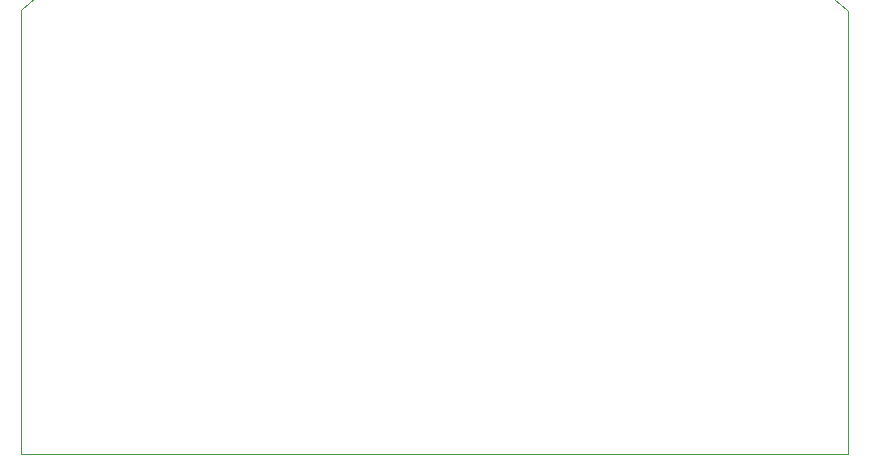
<source format=gbr>
%TF.GenerationSoftware,KiCad,Pcbnew,8.0.0*%
%TF.CreationDate,2024-04-15T10:16:16+02:00*%
%TF.ProjectId,Project 3,50726f6a-6563-4742-9033-2e6b69636164,rev?*%
%TF.SameCoordinates,Original*%
%TF.FileFunction,Profile,NP*%
%FSLAX46Y46*%
G04 Gerber Fmt 4.6, Leading zero omitted, Abs format (unit mm)*
G04 Created by KiCad (PCBNEW 8.0.0) date 2024-04-15 10:16:16*
%MOMM*%
%LPD*%
G01*
G04 APERTURE LIST*
%TA.AperFunction,Profile*%
%ADD10C,0.050000*%
%TD*%
G04 APERTURE END LIST*
D10*
X136500000Y-86500000D02*
X136500000Y-49000000D01*
X66500000Y-86500000D02*
X66500000Y-49000000D01*
X66500000Y-86500000D02*
X136500000Y-86500000D01*
X66500000Y-49000000D02*
G75*
G02*
X136500000Y-49000000I35000000J-37500001D01*
G01*
M02*

</source>
